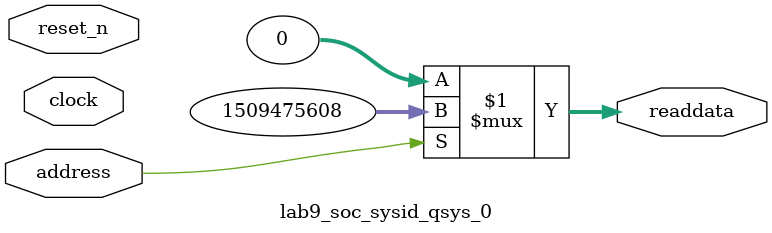
<source format=v>

`timescale 1ns / 1ps
// synthesis translate_on

// turn off superfluous verilog processor warnings 
// altera message_level Level1 
// altera message_off 10034 10035 10036 10037 10230 10240 10030 

module lab9_soc_sysid_qsys_0 (
               // inputs:
                address,
                clock,
                reset_n,

               // outputs:
                readdata
             )
;

  output  [ 31: 0] readdata;
  input            address;
  input            clock;
  input            reset_n;

  wire    [ 31: 0] readdata;
  //control_slave, which is an e_avalon_slave
  assign readdata = address ? 1509475608 : 0;

endmodule




</source>
